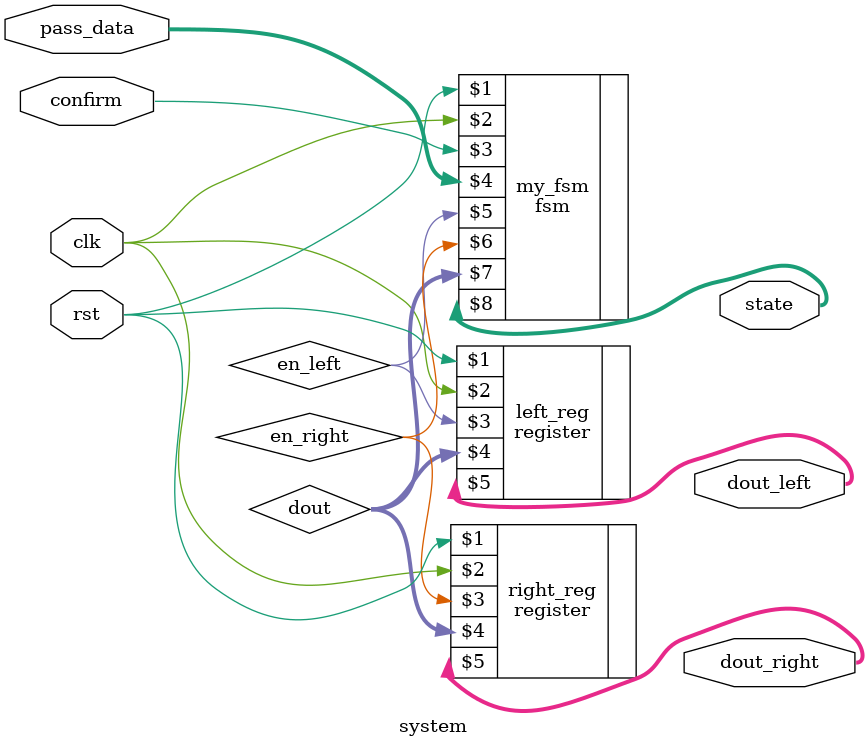
<source format=v>
/*--  *******************************************************
--  Computer Architecture Course, Laboratory Sources 
--  Amirkabir University of Technology (Tehran Polytechnic)
--  Department of Computer Engineering (CE-AUT)
--  https://ce[dot]aut[dot]ac[dot]ir
--  *******************************************************
--  All Rights reserved (C) 2019-2020
--  *******************************************************
--  Student ID  : 
--  Student Name: 
--  Student Mail: 
--  *******************************************************
--  Additional Comments:
--
--*/

/*-----------------------------------------------------------
---  Module Name: Sequential System
---  Description: Lab 10 Part 3
-----------------------------------------------------------*/
`timescale 1 ns/1 ns

module system (
	input        rst ,
	input        clk ,
	input        confirm,
	input  [3:0] pass_data ,
	output [3:0] dout_left ,
	output [3:0] dout_right,
	output [2:0] state
);

	wire en_left;
	wire en_right;
	wire [3:0] dout;
	fsm my_fsm(rst, clk, confirm, pass_data, en_left, en_right, dout, state);
	
	register left_reg(rst, clk, en_left, dout, dout_left);
	register right_reg(rst, clk, en_right, dout, dout_right);	
endmodule


</source>
